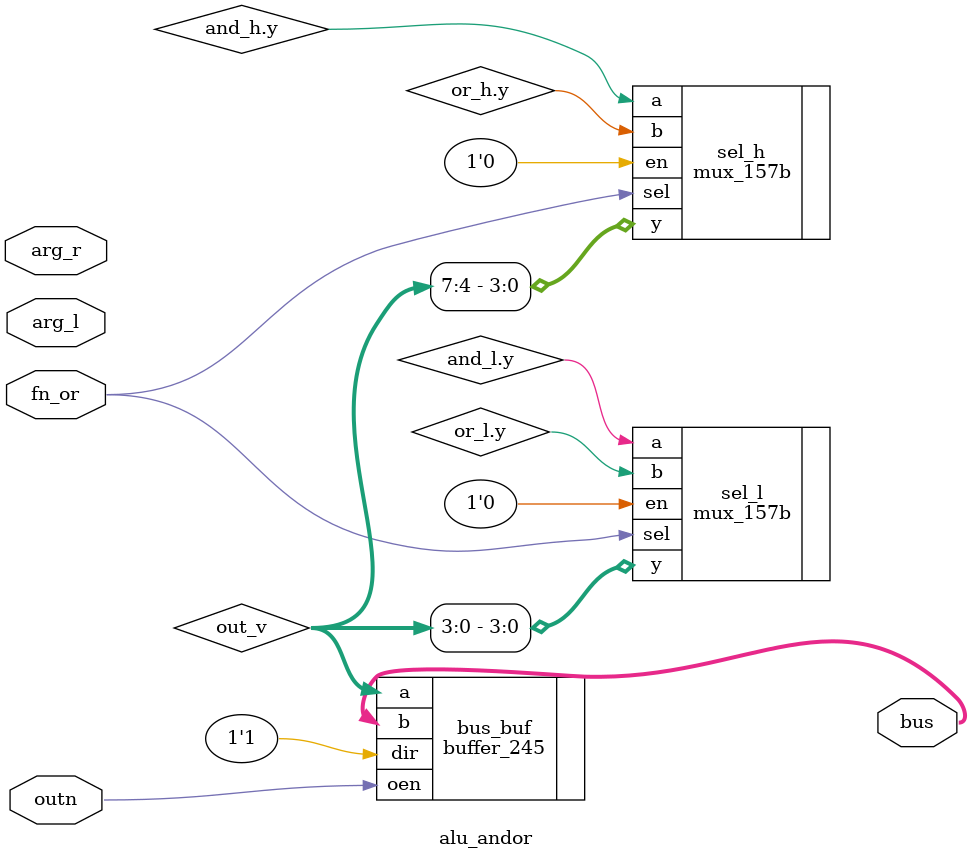
<source format=v>
module alu_andor (
    input outn,
    input fn_or,
    input [7:0] arg_l,
    input [7:0] arg_r,
    output [7:0] bus);

    wire [7:0] out_v;

    and_08b and_l(.a(arg_l[3:0]), .b(arg_r[3:0]));
    and_08b and_h(.a(arg_l[7:4]), .b(arg_r[7:4]));

    or_32b or_l(.a(arg_l[3:0]), .b(arg_r[3:0]));
    or_32b or_h(.a(arg_l[7:4]), .b(arg_r[7:4]));

    mux_157b sel_l(.a(and_l.y), .b(or_l.y), .y(out_v[3:0]), .sel(fn_or), .en(1'b0));
    mux_157b sel_h(.a(and_h.y), .b(or_h.y), .y(out_v[7:4]), .sel(fn_or), .en(1'b0));

    buffer_245 bus_buf(.oen(outn), .dir(1'b1), .a(out_v), .b(bus));

endmodule
</source>
